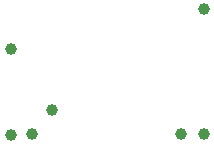
<source format=gbr>
G04 #@! TF.GenerationSoftware,KiCad,Pcbnew,(5.1.9)-1*
G04 #@! TF.CreationDate,2021-08-28T05:14:43+03:00*
G04 #@! TF.ProjectId,Strobe_Module,5374726f-6265-45f4-9d6f-64756c652e6b,0000*
G04 #@! TF.SameCoordinates,Original*
G04 #@! TF.FileFunction,Soldermask,Bot*
G04 #@! TF.FilePolarity,Negative*
%FSLAX46Y46*%
G04 Gerber Fmt 4.6, Leading zero omitted, Abs format (unit mm)*
G04 Created by KiCad (PCBNEW (5.1.9)-1) date 2021-08-28 05:14:43*
%MOMM*%
%LPD*%
G01*
G04 APERTURE LIST*
%ADD10C,1.000000*%
G04 APERTURE END LIST*
D10*
X1042771600Y-1006297200D03*
X1041019000Y-1008303800D03*
X1053617400Y-1008329200D03*
X1055573200Y-997737400D03*
X1039266400Y-1001166400D03*
X1055573200Y-1008329200D03*
X1039266400Y-1008379800D03*
M02*

</source>
